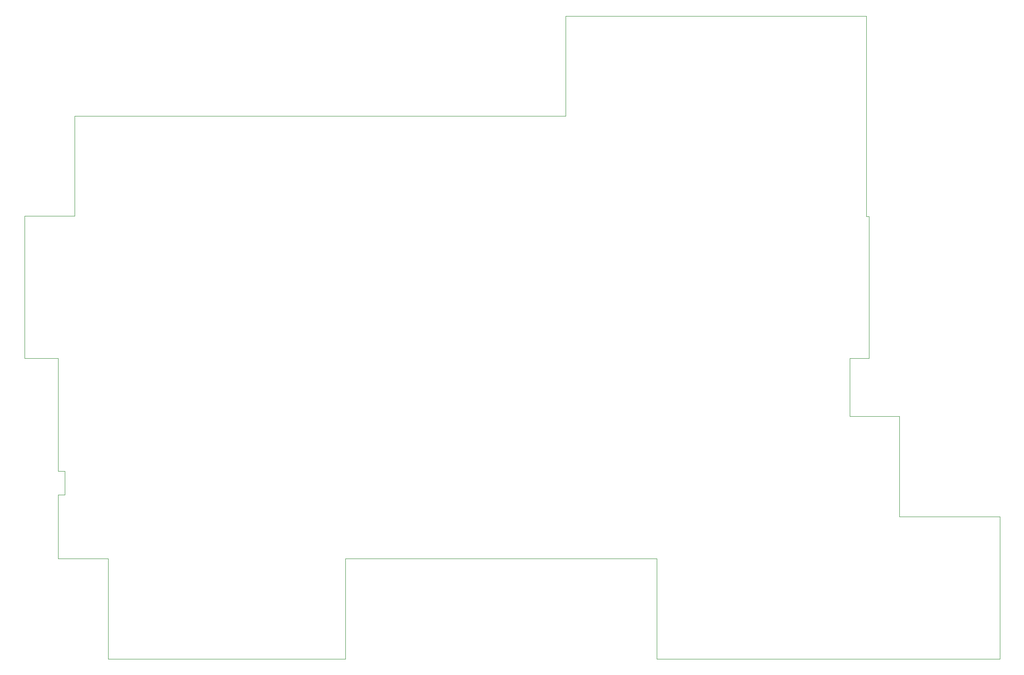
<source format=gbr>
G04 #@! TF.GenerationSoftware,KiCad,Pcbnew,(5.1.4-0-10_14)*
G04 #@! TF.CreationDate,2019-10-23T14:13:54-04:00*
G04 #@! TF.ProjectId,NomadRight,4e6f6d61-6452-4696-9768-742e6b696361,rev?*
G04 #@! TF.SameCoordinates,Original*
G04 #@! TF.FileFunction,Profile,NP*
%FSLAX46Y46*%
G04 Gerber Fmt 4.6, Leading zero omitted, Abs format (unit mm)*
G04 Created by KiCad (PCBNEW (5.1.4-0-10_14)) date 2019-10-23 14:13:54*
%MOMM*%
%LPD*%
G04 APERTURE LIST*
%ADD10C,0.050000*%
%ADD11C,0.000100*%
G04 APERTURE END LIST*
D10*
X186990000Y-54600000D02*
X186990000Y-16600000D01*
X129990000Y-35600000D02*
X36960000Y-35600000D01*
X129990000Y-16600000D02*
X129990000Y-35600000D01*
X186990000Y-16600000D02*
X129990000Y-16600000D01*
X187490000Y-54600000D02*
X186990000Y-54600000D01*
X183830000Y-81600000D02*
X187490000Y-81600000D01*
X187490000Y-54600000D02*
X187490000Y-81600000D01*
X183830000Y-92600000D02*
X183830000Y-81600000D01*
X193280000Y-92600000D02*
X183830000Y-92600000D01*
X193280000Y-111600000D02*
X193280000Y-92600000D01*
X212280000Y-111600000D02*
X193280000Y-111600000D01*
X212280000Y-138600000D02*
X212280000Y-111600000D01*
X147280000Y-138600000D02*
X212280000Y-138600000D01*
X147280000Y-119600000D02*
X147280000Y-138600000D01*
X88270000Y-119600000D02*
X147280000Y-119600000D01*
X88270000Y-138600000D02*
X88270000Y-119600000D01*
X43270000Y-138600000D02*
X88270000Y-138600000D01*
X43270000Y-138600000D02*
X43270000Y-119600000D01*
X43270000Y-119600000D02*
X33780000Y-119600000D01*
X33780000Y-114090000D02*
X33780000Y-119600000D01*
X33780000Y-81580000D02*
X33780000Y-96890000D01*
X27460000Y-81580000D02*
X33780000Y-81580000D01*
X27460000Y-54580000D02*
X27460000Y-81580000D01*
X36960000Y-54580000D02*
X27460000Y-54580000D01*
X36960000Y-54580000D02*
X36960000Y-35600000D01*
D11*
X33780000Y-107490000D02*
X33780000Y-114090000D01*
X35080000Y-107490000D02*
X33780000Y-107490000D01*
X35080000Y-102990000D02*
X35080000Y-107490000D01*
X33780000Y-102990000D02*
X35080000Y-102990000D01*
X33780000Y-96890000D02*
X33780000Y-102990000D01*
M02*

</source>
